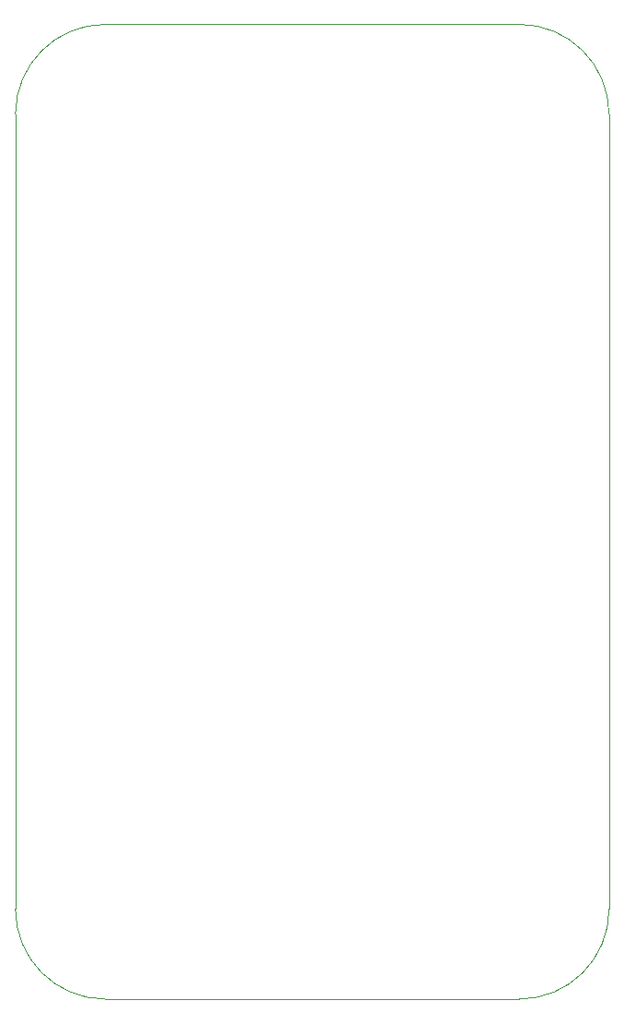
<source format=gbr>
G04 #@! TF.GenerationSoftware,KiCad,Pcbnew,7.0.5-unknown-202306101748~6fbdf8f0e2~ubuntu22.04.1*
G04 #@! TF.CreationDate,2023-07-16T13:46:18+01:00*
G04 #@! TF.ProjectId,pico_rx,7069636f-5f72-4782-9e6b-696361645f70,rev?*
G04 #@! TF.SameCoordinates,Original*
G04 #@! TF.FileFunction,Profile,NP*
%FSLAX46Y46*%
G04 Gerber Fmt 4.6, Leading zero omitted, Abs format (unit mm)*
G04 Created by KiCad (PCBNEW 7.0.5-unknown-202306101748~6fbdf8f0e2~ubuntu22.04.1) date 2023-07-16 13:46:18*
%MOMM*%
%LPD*%
G01*
G04 APERTURE LIST*
G04 #@! TA.AperFunction,Profile*
%ADD10C,0.100000*%
G04 #@! TD*
G04 APERTURE END LIST*
D10*
X146685000Y-100330000D02*
X146685000Y-100330000D01*
G75*
G02*
X154940000Y-108585000I0J-8255000D01*
G01*
X154940000Y-181610000D01*
G75*
G02*
X146685000Y-189865000I-8255000J0D01*
G01*
X108585000Y-189865000D01*
G75*
G02*
X100330000Y-181610000I0J8255000D01*
G01*
X100330000Y-108585000D01*
G75*
G02*
X108585000Y-100330000I8255000J0D01*
G01*
X146685000Y-100330000D01*
M02*

</source>
